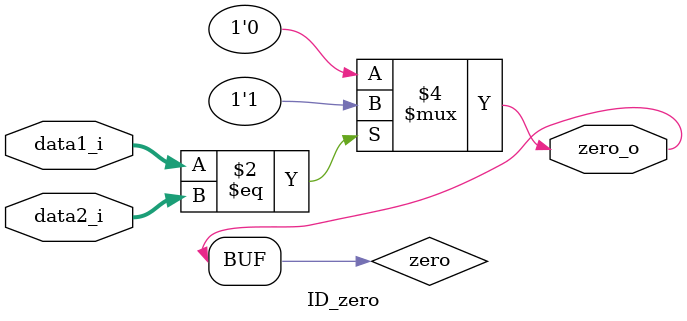
<source format=v>
module ID_zero
(
	data1_i,
	data2_i, 
	zero_o
);

input [31:0] data1_i;
input [31:0] data2_i;
output zero_o;

reg zero;
assign zero_o = zero;

always @* begin
	if(data1_i == data2_i) begin
		zero = 1;		
	end
	else begin
		zero = 0;
	end
end

endmodule
</source>
